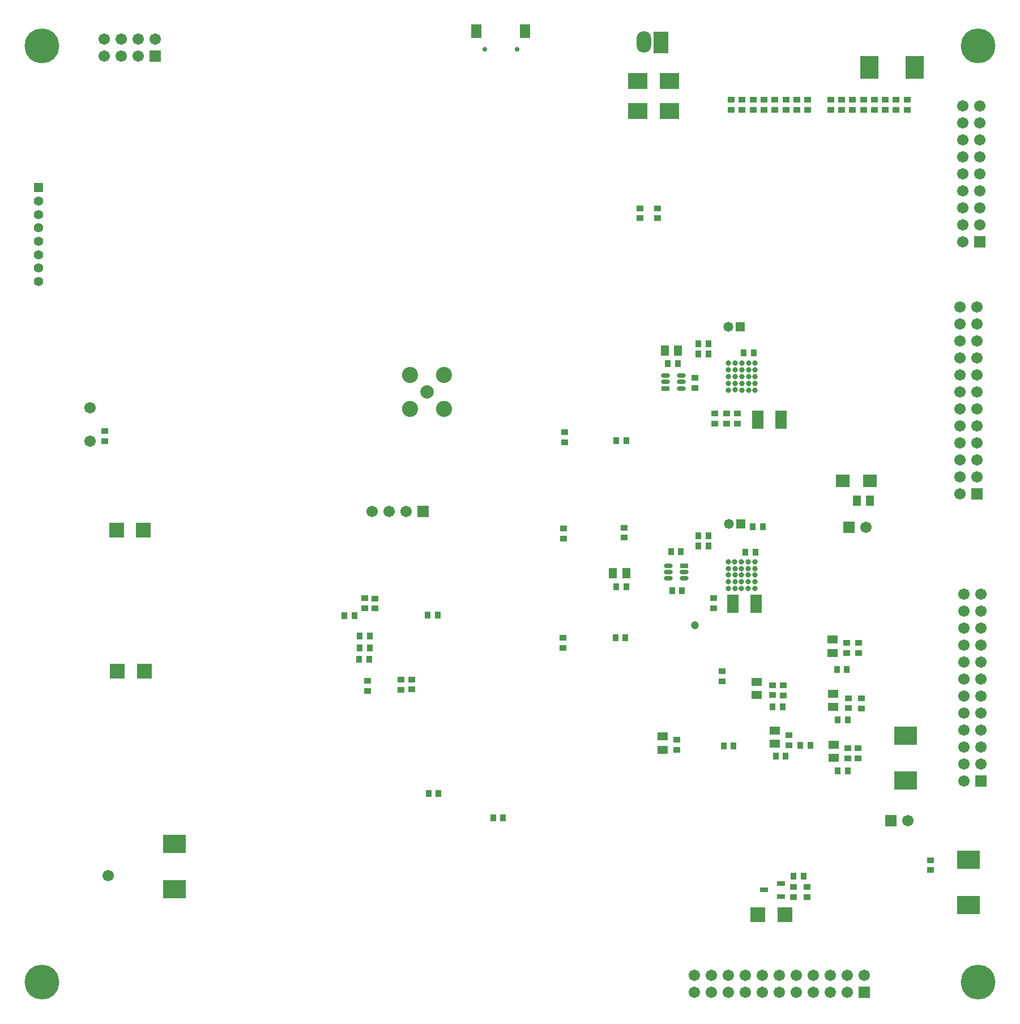
<source format=gbs>
G04*
G04 #@! TF.GenerationSoftware,Altium Limited,Altium Designer,23.10.1 (27)*
G04*
G04 Layer_Color=16711935*
%FSLAX25Y25*%
%MOIN*%
G70*
G04*
G04 #@! TF.SameCoordinates,C39A602E-4AF5-4C04-9668-1E5429A84749*
G04*
G04*
G04 #@! TF.FilePolarity,Negative*
G04*
G01*
G75*
%ADD68R,0.04147X0.03556*%
%ADD70R,0.05918X0.04737*%
%ADD71R,0.03556X0.04147*%
%ADD82R,0.04737X0.05918*%
%ADD95C,0.04737*%
%ADD110R,0.08083X0.07493*%
%ADD112R,0.04737X0.03162*%
%ADD113C,0.20485*%
%ADD114R,0.08674X0.12611*%
%ADD115O,0.08674X0.12611*%
%ADD116C,0.06706*%
%ADD117R,0.06706X0.06706*%
%ADD118C,0.02769*%
%ADD119R,0.06115X0.08083*%
%ADD120R,0.06706X0.06706*%
%ADD121C,0.05524*%
%ADD122R,0.05524X0.05524*%
%ADD123C,0.09461*%
%ADD124C,0.07887*%
%ADD125C,0.05800*%
%ADD126R,0.05800X0.05800*%
%ADD127C,0.03162*%
%ADD161R,0.11824X0.09461*%
%ADD162R,0.10642X0.13792*%
%ADD163R,0.13792X0.10642*%
%ADD164R,0.06800X0.10800*%
%ADD165O,0.05131X0.02769*%
%ADD166R,0.05131X0.02769*%
%ADD167R,0.08674X0.08674*%
D68*
X374400Y469300D02*
D03*
Y475206D02*
D03*
X363900Y469300D02*
D03*
Y475206D02*
D03*
X407900Y354474D02*
D03*
X534800Y85600D02*
D03*
X492500Y213494D02*
D03*
X494250Y180883D02*
D03*
X492440Y151496D02*
D03*
X421200Y348400D02*
D03*
X396142Y375374D02*
D03*
X451600Y165105D02*
D03*
X448400Y188500D02*
D03*
X462387Y75805D02*
D03*
X412400Y202700D02*
D03*
X407258Y245800D02*
D03*
X354690Y281300D02*
D03*
X385600Y162385D02*
D03*
X534800Y91505D02*
D03*
X385600Y156480D02*
D03*
X319590Y343300D02*
D03*
Y337394D02*
D03*
X48900Y338084D02*
D03*
Y343990D02*
D03*
X492500Y219400D02*
D03*
X354690Y287206D02*
D03*
X319100Y280700D02*
D03*
Y286606D02*
D03*
X318500Y216500D02*
D03*
Y222406D02*
D03*
X229600Y192000D02*
D03*
Y197906D02*
D03*
X223354Y191746D02*
D03*
Y197651D02*
D03*
X203700Y191100D02*
D03*
Y197006D02*
D03*
X208000Y239595D02*
D03*
Y245500D02*
D03*
X201790Y239800D02*
D03*
Y245706D02*
D03*
X462387Y69900D02*
D03*
X454387Y69900D02*
D03*
Y75805D02*
D03*
X492440Y157401D02*
D03*
X486440Y151496D02*
D03*
Y157401D02*
D03*
X451600Y159200D02*
D03*
X412400Y196794D02*
D03*
X494250Y186789D02*
D03*
X486750Y180978D02*
D03*
Y186883D02*
D03*
X448400Y194405D02*
D03*
X441900Y188594D02*
D03*
Y194500D02*
D03*
X485600Y213500D02*
D03*
Y219406D02*
D03*
X407258Y239895D02*
D03*
X421200Y354306D02*
D03*
X414900Y354474D02*
D03*
Y348569D02*
D03*
X407900D02*
D03*
X396142Y369468D02*
D03*
X521200Y539100D02*
D03*
Y533194D02*
D03*
X514771Y539100D02*
D03*
Y533194D02*
D03*
X508343Y539100D02*
D03*
Y533194D02*
D03*
X501914Y539100D02*
D03*
Y533194D02*
D03*
X495486Y539100D02*
D03*
Y533194D02*
D03*
X489057Y539100D02*
D03*
Y533194D02*
D03*
X482629Y539100D02*
D03*
Y533194D02*
D03*
X476200Y539100D02*
D03*
Y533194D02*
D03*
X462700Y539100D02*
D03*
Y533194D02*
D03*
X456257Y539100D02*
D03*
Y533194D02*
D03*
X449814Y539100D02*
D03*
Y533194D02*
D03*
X443371Y539100D02*
D03*
Y533194D02*
D03*
X436929Y539100D02*
D03*
Y533194D02*
D03*
X430486Y539100D02*
D03*
Y533194D02*
D03*
X424043Y539100D02*
D03*
Y533194D02*
D03*
X417600Y539100D02*
D03*
Y533194D02*
D03*
D70*
X377400Y156426D02*
D03*
Y164300D02*
D03*
X478100Y159474D02*
D03*
Y151600D02*
D03*
X443400Y160000D02*
D03*
Y167874D02*
D03*
X432600Y188600D02*
D03*
Y196474D02*
D03*
X477400Y213400D02*
D03*
Y221274D02*
D03*
X477700Y189574D02*
D03*
Y181700D02*
D03*
D71*
X430900Y390069D02*
D03*
X380347Y383869D02*
D03*
X349900Y338300D02*
D03*
X436258Y287800D02*
D03*
X432000Y272700D02*
D03*
X460300Y82100D02*
D03*
X419100Y158800D02*
D03*
X388095Y273000D02*
D03*
X388690Y250000D02*
D03*
X350000Y252300D02*
D03*
X349500Y222300D02*
D03*
X413195Y158800D02*
D03*
X244900Y235700D02*
D03*
X238995D02*
D03*
X424995Y390069D02*
D03*
X426094Y272700D02*
D03*
X404164Y282300D02*
D03*
X398258D02*
D03*
X386253Y383869D02*
D03*
X480400Y174100D02*
D03*
X486306D02*
D03*
X355805Y338300D02*
D03*
X355405Y222300D02*
D03*
X245400Y130600D02*
D03*
X239494D02*
D03*
X277500Y116300D02*
D03*
X283405D02*
D03*
X204590Y209900D02*
D03*
X198684D02*
D03*
X204800Y216400D02*
D03*
X198895D02*
D03*
X204795Y223500D02*
D03*
X198890D02*
D03*
X195890Y235500D02*
D03*
X189984D02*
D03*
X454394Y82100D02*
D03*
X480395Y144100D02*
D03*
X486300D02*
D03*
X464305Y159200D02*
D03*
X458400D02*
D03*
X443794Y152700D02*
D03*
X449700D02*
D03*
X447905Y181700D02*
D03*
X442000D02*
D03*
X479795Y203700D02*
D03*
X485700D02*
D03*
X382784Y250000D02*
D03*
X404164Y276300D02*
D03*
X398258D02*
D03*
X355906Y252300D02*
D03*
X430353Y287800D02*
D03*
X404306Y389568D02*
D03*
X398400D02*
D03*
X404306Y395568D02*
D03*
X398400D02*
D03*
X382190Y273000D02*
D03*
D82*
X499372Y303135D02*
D03*
X491498D02*
D03*
X378542Y391568D02*
D03*
X386416D02*
D03*
X348000Y260300D02*
D03*
X355874D02*
D03*
D95*
X396200Y229821D02*
D03*
D110*
X483158Y314900D02*
D03*
X499300D02*
D03*
D112*
X446887Y77900D02*
D03*
X437044Y73963D02*
D03*
X446887Y70026D02*
D03*
D113*
X11811Y570866D02*
D03*
Y19685D02*
D03*
X562992Y570866D02*
D03*
Y19685D02*
D03*
D114*
X376290Y572600D02*
D03*
D115*
X366290Y572994D02*
D03*
D116*
X564100Y475300D02*
D03*
Y485300D02*
D03*
Y465300D02*
D03*
Y515300D02*
D03*
Y525300D02*
D03*
Y495300D02*
D03*
Y505300D02*
D03*
X562300Y357000D02*
D03*
Y327000D02*
D03*
X552300Y407000D02*
D03*
Y397000D02*
D03*
X562300Y387000D02*
D03*
X552300Y357000D02*
D03*
Y327000D02*
D03*
Y387000D02*
D03*
X564500Y148100D02*
D03*
Y158100D02*
D03*
X554500D02*
D03*
X445900Y13600D02*
D03*
X455900D02*
D03*
X521600Y114700D02*
D03*
X496800Y287500D02*
D03*
X552300Y367000D02*
D03*
X562300D02*
D03*
Y377000D02*
D03*
X552300D02*
D03*
X562300Y317000D02*
D03*
Y337000D02*
D03*
Y347000D02*
D03*
X552300Y307000D02*
D03*
Y317000D02*
D03*
Y337000D02*
D03*
Y347000D02*
D03*
X562300Y407000D02*
D03*
Y397000D02*
D03*
Y417000D02*
D03*
X552300D02*
D03*
X495900Y23600D02*
D03*
X485900Y13600D02*
D03*
Y23600D02*
D03*
X475900Y13600D02*
D03*
Y23600D02*
D03*
X465900Y13600D02*
D03*
Y23600D02*
D03*
X455900D02*
D03*
X445900D02*
D03*
X435900Y13600D02*
D03*
Y23600D02*
D03*
X425900Y13600D02*
D03*
Y23600D02*
D03*
X415900Y13600D02*
D03*
Y23600D02*
D03*
X405900Y13600D02*
D03*
Y23600D02*
D03*
X395900Y13600D02*
D03*
Y23600D02*
D03*
X40400Y337990D02*
D03*
Y357675D02*
D03*
X554500Y248100D02*
D03*
X564500D02*
D03*
Y218100D02*
D03*
Y228100D02*
D03*
Y238100D02*
D03*
X554500Y218100D02*
D03*
Y228100D02*
D03*
Y238100D02*
D03*
Y178100D02*
D03*
Y168100D02*
D03*
Y148100D02*
D03*
Y138100D02*
D03*
X564500Y178100D02*
D03*
Y168100D02*
D03*
Y188100D02*
D03*
X554500D02*
D03*
Y208100D02*
D03*
X564500D02*
D03*
Y198100D02*
D03*
X554500D02*
D03*
X554100Y515300D02*
D03*
Y525300D02*
D03*
Y505300D02*
D03*
Y455300D02*
D03*
Y465300D02*
D03*
Y475300D02*
D03*
Y485300D02*
D03*
Y495300D02*
D03*
Y535300D02*
D03*
X564100D02*
D03*
X78700Y574800D02*
D03*
X68700Y564800D02*
D03*
Y574800D02*
D03*
X58700Y564800D02*
D03*
Y574800D02*
D03*
X48700Y564800D02*
D03*
Y574800D02*
D03*
X206400Y296700D02*
D03*
X216400D02*
D03*
X226400D02*
D03*
X50790Y82523D02*
D03*
D117*
X564100Y455300D02*
D03*
X564500Y138100D02*
D03*
X562300Y307000D02*
D03*
D118*
X272475Y568867D02*
D03*
X291569D02*
D03*
D119*
X296294Y579300D02*
D03*
X267750D02*
D03*
D120*
X511600Y114700D02*
D03*
X486800Y287500D02*
D03*
X495900Y13600D02*
D03*
X78700Y564800D02*
D03*
X236400Y296700D02*
D03*
D121*
X9800Y447920D02*
D03*
Y432172D02*
D03*
Y440046D02*
D03*
Y463668D02*
D03*
Y455794D02*
D03*
Y471542D02*
D03*
Y479416D02*
D03*
D122*
Y487290D02*
D03*
D123*
X248710Y357057D02*
D03*
Y377057D02*
D03*
X228710Y357057D02*
D03*
Y377057D02*
D03*
D124*
X238710Y367057D02*
D03*
D125*
X415900Y405569D02*
D03*
X416258Y289300D02*
D03*
D126*
X422900Y405569D02*
D03*
X423258Y289300D02*
D03*
D127*
X431774Y376068D02*
D03*
Y368195D02*
D03*
Y380006D02*
D03*
Y383943D02*
D03*
X427837Y380006D02*
D03*
Y383943D02*
D03*
Y376068D02*
D03*
X431656Y372250D02*
D03*
X427837Y368195D02*
D03*
Y372131D02*
D03*
X423900Y383943D02*
D03*
X419845D02*
D03*
X416026D02*
D03*
X423900Y380006D02*
D03*
X419963D02*
D03*
Y376068D02*
D03*
X416026D02*
D03*
Y380006D02*
D03*
X423900Y372131D02*
D03*
Y368195D02*
D03*
Y376068D02*
D03*
X419963Y372131D02*
D03*
X416026D02*
D03*
X419963Y368313D02*
D03*
X416026Y368195D02*
D03*
X431632Y267174D02*
D03*
Y259300D02*
D03*
Y263237D02*
D03*
X427695D02*
D03*
Y267174D02*
D03*
Y259300D02*
D03*
X431632Y251426D02*
D03*
X431514Y255481D02*
D03*
X427695Y255363D02*
D03*
Y251426D02*
D03*
X423758Y263237D02*
D03*
Y267174D02*
D03*
X419821Y259300D02*
D03*
X419703Y267174D02*
D03*
X419821Y263237D02*
D03*
X423758Y255363D02*
D03*
Y259300D02*
D03*
Y251426D02*
D03*
X419821Y255363D02*
D03*
Y251544D02*
D03*
X415884Y267174D02*
D03*
Y263237D02*
D03*
Y255363D02*
D03*
Y259300D02*
D03*
Y251426D02*
D03*
D161*
X381190Y532400D02*
D03*
Y550117D02*
D03*
X362690Y532400D02*
D03*
Y550117D02*
D03*
D162*
X499000Y558200D02*
D03*
X525575D02*
D03*
D163*
X557300Y65025D02*
D03*
X520347Y164866D02*
D03*
Y138292D02*
D03*
X89790Y74448D02*
D03*
Y101023D02*
D03*
X557300Y91600D02*
D03*
D164*
X446800Y350900D02*
D03*
X432258Y242300D02*
D03*
X418758D02*
D03*
X433300Y350900D02*
D03*
D165*
X378917Y372969D02*
D03*
X389914Y261000D02*
D03*
X388366Y369228D02*
D03*
Y372969D02*
D03*
Y376709D02*
D03*
X378917D02*
D03*
X380465Y264740D02*
D03*
Y261000D02*
D03*
Y257260D02*
D03*
X389914D02*
D03*
D166*
X378917Y369228D02*
D03*
X389914Y264740D02*
D03*
D167*
X433387Y59400D02*
D03*
X449135D02*
D03*
X71748Y285800D02*
D03*
X56000D02*
D03*
X72138Y202800D02*
D03*
X56390D02*
D03*
M02*

</source>
